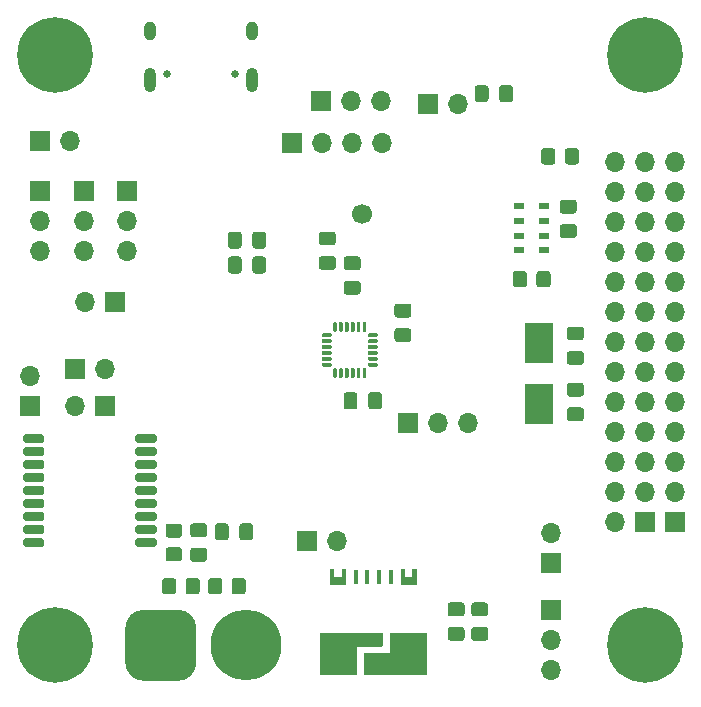
<source format=gbr>
%TF.GenerationSoftware,KiCad,Pcbnew,5.1.10*%
%TF.CreationDate,2021-06-13T21:02:57+02:00*%
%TF.ProjectId,CraftControlBoard,43726166-7443-46f6-9e74-726f6c426f61,rev?*%
%TF.SameCoordinates,Original*%
%TF.FileFunction,Soldermask,Bot*%
%TF.FilePolarity,Negative*%
%FSLAX46Y46*%
G04 Gerber Fmt 4.6, Leading zero omitted, Abs format (unit mm)*
G04 Created by KiCad (PCBNEW 5.1.10) date 2021-06-13 21:02:57*
%MOMM*%
%LPD*%
G01*
G04 APERTURE LIST*
%ADD10C,6.400000*%
%ADD11C,1.700000*%
%ADD12O,1.700000X1.700000*%
%ADD13R,1.700000X1.700000*%
%ADD14R,2.400000X3.500000*%
%ADD15R,0.950000X0.550000*%
%ADD16C,0.100000*%
%ADD17R,0.400000X1.300000*%
%ADD18O,1.000000X2.100000*%
%ADD19C,0.650000*%
%ADD20O,1.000000X1.600000*%
%ADD21C,6.000000*%
G04 APERTURE END LIST*
D10*
%TO.C,REF\u002A\u002A*%
X188000000Y-127000000D03*
%TD*%
%TO.C,REF\u002A\u002A*%
X138000000Y-127000000D03*
%TD*%
%TO.C,REF\u002A\u002A*%
X138000000Y-77000000D03*
%TD*%
%TO.C,REF\u002A\u002A*%
X188000000Y-77000000D03*
%TD*%
D11*
%TO.C,J21*%
X164000000Y-90500000D03*
%TD*%
D12*
%TO.C,J23*%
X140560000Y-97900000D03*
D13*
X143100000Y-97900000D03*
%TD*%
D12*
%TO.C,J11*%
X185420000Y-86060000D03*
X187960000Y-86060000D03*
X185420000Y-88600000D03*
X187960000Y-88600000D03*
X185420000Y-91140000D03*
X187960000Y-91140000D03*
X185420000Y-93680000D03*
X187960000Y-93680000D03*
X185420000Y-96220000D03*
X187960000Y-96220000D03*
X185420000Y-98760000D03*
X187960000Y-98760000D03*
X185420000Y-101300000D03*
X187960000Y-101300000D03*
X185420000Y-103840000D03*
X187960000Y-103840000D03*
X185420000Y-106380000D03*
X187960000Y-106380000D03*
X185420000Y-108920000D03*
X187960000Y-108920000D03*
X185420000Y-111460000D03*
X187960000Y-111460000D03*
X185420000Y-114000000D03*
X187960000Y-114000000D03*
X185420000Y-116540000D03*
D13*
X187960000Y-116540000D03*
%TD*%
D14*
%TO.C,Y1*%
X179000000Y-106600000D03*
X179000000Y-101400000D03*
%TD*%
D15*
%TO.C,U9*%
X177325000Y-93575000D03*
X177325000Y-92325000D03*
X177325000Y-91075000D03*
X177325000Y-89825000D03*
X179475000Y-92325000D03*
X179475000Y-91075000D03*
X179475000Y-89825000D03*
X179475000Y-93575000D03*
%TD*%
%TO.C,U5*%
G36*
G01*
X161675000Y-103525000D02*
X161825000Y-103525000D01*
G75*
G02*
X161900000Y-103600000I0J-75000D01*
G01*
X161900000Y-104300000D01*
G75*
G02*
X161825000Y-104375000I-75000J0D01*
G01*
X161675000Y-104375000D01*
G75*
G02*
X161600000Y-104300000I0J75000D01*
G01*
X161600000Y-103600000D01*
G75*
G02*
X161675000Y-103525000I75000J0D01*
G01*
G37*
G36*
G01*
X162175000Y-103525000D02*
X162325000Y-103525000D01*
G75*
G02*
X162400000Y-103600000I0J-75000D01*
G01*
X162400000Y-104300000D01*
G75*
G02*
X162325000Y-104375000I-75000J0D01*
G01*
X162175000Y-104375000D01*
G75*
G02*
X162100000Y-104300000I0J75000D01*
G01*
X162100000Y-103600000D01*
G75*
G02*
X162175000Y-103525000I75000J0D01*
G01*
G37*
G36*
G01*
X162675000Y-103525000D02*
X162825000Y-103525000D01*
G75*
G02*
X162900000Y-103600000I0J-75000D01*
G01*
X162900000Y-104300000D01*
G75*
G02*
X162825000Y-104375000I-75000J0D01*
G01*
X162675000Y-104375000D01*
G75*
G02*
X162600000Y-104300000I0J75000D01*
G01*
X162600000Y-103600000D01*
G75*
G02*
X162675000Y-103525000I75000J0D01*
G01*
G37*
G36*
G01*
X163175000Y-103525000D02*
X163325000Y-103525000D01*
G75*
G02*
X163400000Y-103600000I0J-75000D01*
G01*
X163400000Y-104300000D01*
G75*
G02*
X163325000Y-104375000I-75000J0D01*
G01*
X163175000Y-104375000D01*
G75*
G02*
X163100000Y-104300000I0J75000D01*
G01*
X163100000Y-103600000D01*
G75*
G02*
X163175000Y-103525000I75000J0D01*
G01*
G37*
G36*
G01*
X163675000Y-103525000D02*
X163825000Y-103525000D01*
G75*
G02*
X163900000Y-103600000I0J-75000D01*
G01*
X163900000Y-104300000D01*
G75*
G02*
X163825000Y-104375000I-75000J0D01*
G01*
X163675000Y-104375000D01*
G75*
G02*
X163600000Y-104300000I0J75000D01*
G01*
X163600000Y-103600000D01*
G75*
G02*
X163675000Y-103525000I75000J0D01*
G01*
G37*
G36*
G01*
X164175000Y-103525000D02*
X164325000Y-103525000D01*
G75*
G02*
X164400000Y-103600000I0J-75000D01*
G01*
X164400000Y-104300000D01*
G75*
G02*
X164325000Y-104375000I-75000J0D01*
G01*
X164175000Y-104375000D01*
G75*
G02*
X164100000Y-104300000I0J75000D01*
G01*
X164100000Y-103600000D01*
G75*
G02*
X164175000Y-103525000I75000J0D01*
G01*
G37*
G36*
G01*
X164525000Y-103325000D02*
X164525000Y-103175000D01*
G75*
G02*
X164600000Y-103100000I75000J0D01*
G01*
X165300000Y-103100000D01*
G75*
G02*
X165375000Y-103175000I0J-75000D01*
G01*
X165375000Y-103325000D01*
G75*
G02*
X165300000Y-103400000I-75000J0D01*
G01*
X164600000Y-103400000D01*
G75*
G02*
X164525000Y-103325000I0J75000D01*
G01*
G37*
G36*
G01*
X164525000Y-102825000D02*
X164525000Y-102675000D01*
G75*
G02*
X164600000Y-102600000I75000J0D01*
G01*
X165300000Y-102600000D01*
G75*
G02*
X165375000Y-102675000I0J-75000D01*
G01*
X165375000Y-102825000D01*
G75*
G02*
X165300000Y-102900000I-75000J0D01*
G01*
X164600000Y-102900000D01*
G75*
G02*
X164525000Y-102825000I0J75000D01*
G01*
G37*
G36*
G01*
X164525000Y-102325000D02*
X164525000Y-102175000D01*
G75*
G02*
X164600000Y-102100000I75000J0D01*
G01*
X165300000Y-102100000D01*
G75*
G02*
X165375000Y-102175000I0J-75000D01*
G01*
X165375000Y-102325000D01*
G75*
G02*
X165300000Y-102400000I-75000J0D01*
G01*
X164600000Y-102400000D01*
G75*
G02*
X164525000Y-102325000I0J75000D01*
G01*
G37*
G36*
G01*
X164525000Y-101825000D02*
X164525000Y-101675000D01*
G75*
G02*
X164600000Y-101600000I75000J0D01*
G01*
X165300000Y-101600000D01*
G75*
G02*
X165375000Y-101675000I0J-75000D01*
G01*
X165375000Y-101825000D01*
G75*
G02*
X165300000Y-101900000I-75000J0D01*
G01*
X164600000Y-101900000D01*
G75*
G02*
X164525000Y-101825000I0J75000D01*
G01*
G37*
G36*
G01*
X164525000Y-101325000D02*
X164525000Y-101175000D01*
G75*
G02*
X164600000Y-101100000I75000J0D01*
G01*
X165300000Y-101100000D01*
G75*
G02*
X165375000Y-101175000I0J-75000D01*
G01*
X165375000Y-101325000D01*
G75*
G02*
X165300000Y-101400000I-75000J0D01*
G01*
X164600000Y-101400000D01*
G75*
G02*
X164525000Y-101325000I0J75000D01*
G01*
G37*
G36*
G01*
X164525000Y-100825000D02*
X164525000Y-100675000D01*
G75*
G02*
X164600000Y-100600000I75000J0D01*
G01*
X165300000Y-100600000D01*
G75*
G02*
X165375000Y-100675000I0J-75000D01*
G01*
X165375000Y-100825000D01*
G75*
G02*
X165300000Y-100900000I-75000J0D01*
G01*
X164600000Y-100900000D01*
G75*
G02*
X164525000Y-100825000I0J75000D01*
G01*
G37*
G36*
G01*
X164175000Y-99625000D02*
X164325000Y-99625000D01*
G75*
G02*
X164400000Y-99700000I0J-75000D01*
G01*
X164400000Y-100400000D01*
G75*
G02*
X164325000Y-100475000I-75000J0D01*
G01*
X164175000Y-100475000D01*
G75*
G02*
X164100000Y-100400000I0J75000D01*
G01*
X164100000Y-99700000D01*
G75*
G02*
X164175000Y-99625000I75000J0D01*
G01*
G37*
G36*
G01*
X163675000Y-99625000D02*
X163825000Y-99625000D01*
G75*
G02*
X163900000Y-99700000I0J-75000D01*
G01*
X163900000Y-100400000D01*
G75*
G02*
X163825000Y-100475000I-75000J0D01*
G01*
X163675000Y-100475000D01*
G75*
G02*
X163600000Y-100400000I0J75000D01*
G01*
X163600000Y-99700000D01*
G75*
G02*
X163675000Y-99625000I75000J0D01*
G01*
G37*
G36*
G01*
X163175000Y-99625000D02*
X163325000Y-99625000D01*
G75*
G02*
X163400000Y-99700000I0J-75000D01*
G01*
X163400000Y-100400000D01*
G75*
G02*
X163325000Y-100475000I-75000J0D01*
G01*
X163175000Y-100475000D01*
G75*
G02*
X163100000Y-100400000I0J75000D01*
G01*
X163100000Y-99700000D01*
G75*
G02*
X163175000Y-99625000I75000J0D01*
G01*
G37*
G36*
G01*
X162675000Y-99625000D02*
X162825000Y-99625000D01*
G75*
G02*
X162900000Y-99700000I0J-75000D01*
G01*
X162900000Y-100400000D01*
G75*
G02*
X162825000Y-100475000I-75000J0D01*
G01*
X162675000Y-100475000D01*
G75*
G02*
X162600000Y-100400000I0J75000D01*
G01*
X162600000Y-99700000D01*
G75*
G02*
X162675000Y-99625000I75000J0D01*
G01*
G37*
G36*
G01*
X162175000Y-99625000D02*
X162325000Y-99625000D01*
G75*
G02*
X162400000Y-99700000I0J-75000D01*
G01*
X162400000Y-100400000D01*
G75*
G02*
X162325000Y-100475000I-75000J0D01*
G01*
X162175000Y-100475000D01*
G75*
G02*
X162100000Y-100400000I0J75000D01*
G01*
X162100000Y-99700000D01*
G75*
G02*
X162175000Y-99625000I75000J0D01*
G01*
G37*
G36*
G01*
X161675000Y-99625000D02*
X161825000Y-99625000D01*
G75*
G02*
X161900000Y-99700000I0J-75000D01*
G01*
X161900000Y-100400000D01*
G75*
G02*
X161825000Y-100475000I-75000J0D01*
G01*
X161675000Y-100475000D01*
G75*
G02*
X161600000Y-100400000I0J75000D01*
G01*
X161600000Y-99700000D01*
G75*
G02*
X161675000Y-99625000I75000J0D01*
G01*
G37*
G36*
G01*
X160625000Y-100825000D02*
X160625000Y-100675000D01*
G75*
G02*
X160700000Y-100600000I75000J0D01*
G01*
X161400000Y-100600000D01*
G75*
G02*
X161475000Y-100675000I0J-75000D01*
G01*
X161475000Y-100825000D01*
G75*
G02*
X161400000Y-100900000I-75000J0D01*
G01*
X160700000Y-100900000D01*
G75*
G02*
X160625000Y-100825000I0J75000D01*
G01*
G37*
G36*
G01*
X160625000Y-101325000D02*
X160625000Y-101175000D01*
G75*
G02*
X160700000Y-101100000I75000J0D01*
G01*
X161400000Y-101100000D01*
G75*
G02*
X161475000Y-101175000I0J-75000D01*
G01*
X161475000Y-101325000D01*
G75*
G02*
X161400000Y-101400000I-75000J0D01*
G01*
X160700000Y-101400000D01*
G75*
G02*
X160625000Y-101325000I0J75000D01*
G01*
G37*
G36*
G01*
X160625000Y-101825000D02*
X160625000Y-101675000D01*
G75*
G02*
X160700000Y-101600000I75000J0D01*
G01*
X161400000Y-101600000D01*
G75*
G02*
X161475000Y-101675000I0J-75000D01*
G01*
X161475000Y-101825000D01*
G75*
G02*
X161400000Y-101900000I-75000J0D01*
G01*
X160700000Y-101900000D01*
G75*
G02*
X160625000Y-101825000I0J75000D01*
G01*
G37*
G36*
G01*
X160625000Y-102325000D02*
X160625000Y-102175000D01*
G75*
G02*
X160700000Y-102100000I75000J0D01*
G01*
X161400000Y-102100000D01*
G75*
G02*
X161475000Y-102175000I0J-75000D01*
G01*
X161475000Y-102325000D01*
G75*
G02*
X161400000Y-102400000I-75000J0D01*
G01*
X160700000Y-102400000D01*
G75*
G02*
X160625000Y-102325000I0J75000D01*
G01*
G37*
G36*
G01*
X160625000Y-102825000D02*
X160625000Y-102675000D01*
G75*
G02*
X160700000Y-102600000I75000J0D01*
G01*
X161400000Y-102600000D01*
G75*
G02*
X161475000Y-102675000I0J-75000D01*
G01*
X161475000Y-102825000D01*
G75*
G02*
X161400000Y-102900000I-75000J0D01*
G01*
X160700000Y-102900000D01*
G75*
G02*
X160625000Y-102825000I0J75000D01*
G01*
G37*
G36*
G01*
X160625000Y-103325000D02*
X160625000Y-103175000D01*
G75*
G02*
X160700000Y-103100000I75000J0D01*
G01*
X161400000Y-103100000D01*
G75*
G02*
X161475000Y-103175000I0J-75000D01*
G01*
X161475000Y-103325000D01*
G75*
G02*
X161400000Y-103400000I-75000J0D01*
G01*
X160700000Y-103400000D01*
G75*
G02*
X160625000Y-103325000I0J75000D01*
G01*
G37*
%TD*%
%TO.C,U4*%
G36*
G01*
X137150000Y-109325000D02*
X137150000Y-109675000D01*
G75*
G02*
X136975000Y-109850000I-175000J0D01*
G01*
X135525000Y-109850000D01*
G75*
G02*
X135350000Y-109675000I0J175000D01*
G01*
X135350000Y-109325000D01*
G75*
G02*
X135525000Y-109150000I175000J0D01*
G01*
X136975000Y-109150000D01*
G75*
G02*
X137150000Y-109325000I0J-175000D01*
G01*
G37*
G36*
G01*
X137150000Y-110400000D02*
X137150000Y-110800000D01*
G75*
G02*
X136950000Y-111000000I-200000J0D01*
G01*
X135550000Y-111000000D01*
G75*
G02*
X135350000Y-110800000I0J200000D01*
G01*
X135350000Y-110400000D01*
G75*
G02*
X135550000Y-110200000I200000J0D01*
G01*
X136950000Y-110200000D01*
G75*
G02*
X137150000Y-110400000I0J-200000D01*
G01*
G37*
G36*
G01*
X137150000Y-111500000D02*
X137150000Y-111900000D01*
G75*
G02*
X136950000Y-112100000I-200000J0D01*
G01*
X135550000Y-112100000D01*
G75*
G02*
X135350000Y-111900000I0J200000D01*
G01*
X135350000Y-111500000D01*
G75*
G02*
X135550000Y-111300000I200000J0D01*
G01*
X136950000Y-111300000D01*
G75*
G02*
X137150000Y-111500000I0J-200000D01*
G01*
G37*
G36*
G01*
X137150000Y-112600000D02*
X137150000Y-113000000D01*
G75*
G02*
X136950000Y-113200000I-200000J0D01*
G01*
X135550000Y-113200000D01*
G75*
G02*
X135350000Y-113000000I0J200000D01*
G01*
X135350000Y-112600000D01*
G75*
G02*
X135550000Y-112400000I200000J0D01*
G01*
X136950000Y-112400000D01*
G75*
G02*
X137150000Y-112600000I0J-200000D01*
G01*
G37*
G36*
G01*
X137150000Y-113700000D02*
X137150000Y-114100000D01*
G75*
G02*
X136950000Y-114300000I-200000J0D01*
G01*
X135550000Y-114300000D01*
G75*
G02*
X135350000Y-114100000I0J200000D01*
G01*
X135350000Y-113700000D01*
G75*
G02*
X135550000Y-113500000I200000J0D01*
G01*
X136950000Y-113500000D01*
G75*
G02*
X137150000Y-113700000I0J-200000D01*
G01*
G37*
G36*
G01*
X137150000Y-114800000D02*
X137150000Y-115200000D01*
G75*
G02*
X136950000Y-115400000I-200000J0D01*
G01*
X135550000Y-115400000D01*
G75*
G02*
X135350000Y-115200000I0J200000D01*
G01*
X135350000Y-114800000D01*
G75*
G02*
X135550000Y-114600000I200000J0D01*
G01*
X136950000Y-114600000D01*
G75*
G02*
X137150000Y-114800000I0J-200000D01*
G01*
G37*
G36*
G01*
X137150000Y-115900000D02*
X137150000Y-116300000D01*
G75*
G02*
X136950000Y-116500000I-200000J0D01*
G01*
X135550000Y-116500000D01*
G75*
G02*
X135350000Y-116300000I0J200000D01*
G01*
X135350000Y-115900000D01*
G75*
G02*
X135550000Y-115700000I200000J0D01*
G01*
X136950000Y-115700000D01*
G75*
G02*
X137150000Y-115900000I0J-200000D01*
G01*
G37*
G36*
G01*
X137150000Y-117000000D02*
X137150000Y-117400000D01*
G75*
G02*
X136950000Y-117600000I-200000J0D01*
G01*
X135550000Y-117600000D01*
G75*
G02*
X135350000Y-117400000I0J200000D01*
G01*
X135350000Y-117000000D01*
G75*
G02*
X135550000Y-116800000I200000J0D01*
G01*
X136950000Y-116800000D01*
G75*
G02*
X137150000Y-117000000I0J-200000D01*
G01*
G37*
G36*
G01*
X137150000Y-118125000D02*
X137150000Y-118475000D01*
G75*
G02*
X136975000Y-118650000I-175000J0D01*
G01*
X135525000Y-118650000D01*
G75*
G02*
X135350000Y-118475000I0J175000D01*
G01*
X135350000Y-118125000D01*
G75*
G02*
X135525000Y-117950000I175000J0D01*
G01*
X136975000Y-117950000D01*
G75*
G02*
X137150000Y-118125000I0J-175000D01*
G01*
G37*
G36*
G01*
X146650000Y-118125000D02*
X146650000Y-118475000D01*
G75*
G02*
X146475000Y-118650000I-175000J0D01*
G01*
X145025000Y-118650000D01*
G75*
G02*
X144850000Y-118475000I0J175000D01*
G01*
X144850000Y-118125000D01*
G75*
G02*
X145025000Y-117950000I175000J0D01*
G01*
X146475000Y-117950000D01*
G75*
G02*
X146650000Y-118125000I0J-175000D01*
G01*
G37*
G36*
G01*
X146650000Y-117000000D02*
X146650000Y-117400000D01*
G75*
G02*
X146450000Y-117600000I-200000J0D01*
G01*
X145050000Y-117600000D01*
G75*
G02*
X144850000Y-117400000I0J200000D01*
G01*
X144850000Y-117000000D01*
G75*
G02*
X145050000Y-116800000I200000J0D01*
G01*
X146450000Y-116800000D01*
G75*
G02*
X146650000Y-117000000I0J-200000D01*
G01*
G37*
G36*
G01*
X146650000Y-115900000D02*
X146650000Y-116300000D01*
G75*
G02*
X146450000Y-116500000I-200000J0D01*
G01*
X145050000Y-116500000D01*
G75*
G02*
X144850000Y-116300000I0J200000D01*
G01*
X144850000Y-115900000D01*
G75*
G02*
X145050000Y-115700000I200000J0D01*
G01*
X146450000Y-115700000D01*
G75*
G02*
X146650000Y-115900000I0J-200000D01*
G01*
G37*
G36*
G01*
X146650000Y-114800000D02*
X146650000Y-115200000D01*
G75*
G02*
X146450000Y-115400000I-200000J0D01*
G01*
X145050000Y-115400000D01*
G75*
G02*
X144850000Y-115200000I0J200000D01*
G01*
X144850000Y-114800000D01*
G75*
G02*
X145050000Y-114600000I200000J0D01*
G01*
X146450000Y-114600000D01*
G75*
G02*
X146650000Y-114800000I0J-200000D01*
G01*
G37*
G36*
G01*
X146650000Y-113700000D02*
X146650000Y-114100000D01*
G75*
G02*
X146450000Y-114300000I-200000J0D01*
G01*
X145050000Y-114300000D01*
G75*
G02*
X144850000Y-114100000I0J200000D01*
G01*
X144850000Y-113700000D01*
G75*
G02*
X145050000Y-113500000I200000J0D01*
G01*
X146450000Y-113500000D01*
G75*
G02*
X146650000Y-113700000I0J-200000D01*
G01*
G37*
G36*
G01*
X146650000Y-112600000D02*
X146650000Y-113000000D01*
G75*
G02*
X146450000Y-113200000I-200000J0D01*
G01*
X145050000Y-113200000D01*
G75*
G02*
X144850000Y-113000000I0J200000D01*
G01*
X144850000Y-112600000D01*
G75*
G02*
X145050000Y-112400000I200000J0D01*
G01*
X146450000Y-112400000D01*
G75*
G02*
X146650000Y-112600000I0J-200000D01*
G01*
G37*
G36*
G01*
X146650000Y-111500000D02*
X146650000Y-111900000D01*
G75*
G02*
X146450000Y-112100000I-200000J0D01*
G01*
X145050000Y-112100000D01*
G75*
G02*
X144850000Y-111900000I0J200000D01*
G01*
X144850000Y-111500000D01*
G75*
G02*
X145050000Y-111300000I200000J0D01*
G01*
X146450000Y-111300000D01*
G75*
G02*
X146650000Y-111500000I0J-200000D01*
G01*
G37*
G36*
G01*
X146650000Y-110400000D02*
X146650000Y-110800000D01*
G75*
G02*
X146450000Y-111000000I-200000J0D01*
G01*
X145050000Y-111000000D01*
G75*
G02*
X144850000Y-110800000I0J200000D01*
G01*
X144850000Y-110400000D01*
G75*
G02*
X145050000Y-110200000I200000J0D01*
G01*
X146450000Y-110200000D01*
G75*
G02*
X146650000Y-110400000I0J-200000D01*
G01*
G37*
G36*
G01*
X146650000Y-109325000D02*
X146650000Y-109675000D01*
G75*
G02*
X146475000Y-109850000I-175000J0D01*
G01*
X145025000Y-109850000D01*
G75*
G02*
X144850000Y-109675000I0J175000D01*
G01*
X144850000Y-109325000D01*
G75*
G02*
X145025000Y-109150000I175000J0D01*
G01*
X146475000Y-109150000D01*
G75*
G02*
X146650000Y-109325000I0J-175000D01*
G01*
G37*
%TD*%
D16*
%TO.C,U3*%
G36*
X167300000Y-121860000D02*
G01*
X167300000Y-120550000D01*
X167700000Y-120550000D01*
X167700000Y-121200000D01*
X168300000Y-121200000D01*
X168300000Y-120550000D01*
X168700000Y-120550000D01*
X168700000Y-121860000D01*
X167300000Y-121860000D01*
G37*
D17*
X166500000Y-121200000D03*
X165500000Y-121200000D03*
X164500000Y-121200000D03*
X163500000Y-121200000D03*
D16*
G36*
X164170000Y-129500000D02*
G01*
X164170000Y-127825000D01*
X164170241Y-127824759D01*
X164170241Y-127815186D01*
X164172165Y-127795654D01*
X164175994Y-127776404D01*
X164181691Y-127757622D01*
X164189202Y-127739489D01*
X164198454Y-127722179D01*
X164209358Y-127705860D01*
X164221810Y-127690688D01*
X164235688Y-127676810D01*
X164250860Y-127664358D01*
X164267179Y-127653454D01*
X164284489Y-127644202D01*
X164302622Y-127636691D01*
X164321404Y-127630994D01*
X164340654Y-127627165D01*
X164360186Y-127625241D01*
X164369759Y-127625241D01*
X164370000Y-127625000D01*
X166430000Y-127625000D01*
X166430000Y-126000000D01*
X169500000Y-126000000D01*
X169500000Y-129500000D01*
X164170000Y-129500000D01*
G37*
G36*
X161300000Y-121860000D02*
G01*
X161300000Y-120550000D01*
X161700000Y-120550000D01*
X161700000Y-121200000D01*
X162300000Y-121200000D01*
X162300000Y-120550000D01*
X162700000Y-120550000D01*
X162700000Y-121860000D01*
X161300000Y-121860000D01*
G37*
G36*
X165829759Y-126925241D02*
G01*
X165829759Y-126934814D01*
X165827835Y-126954346D01*
X165824006Y-126973596D01*
X165818309Y-126992378D01*
X165810798Y-127010511D01*
X165801546Y-127027821D01*
X165790642Y-127044140D01*
X165778190Y-127059312D01*
X165764312Y-127073190D01*
X165749140Y-127085642D01*
X165732821Y-127096546D01*
X165715511Y-127105798D01*
X165697378Y-127113309D01*
X165678596Y-127119006D01*
X165659346Y-127122835D01*
X165639814Y-127124759D01*
X165630241Y-127124759D01*
X165630000Y-127125000D01*
X163570000Y-127125000D01*
X163570000Y-129500000D01*
X160500000Y-129500000D01*
X160500000Y-126000000D01*
X165830000Y-126000000D01*
X165830000Y-126925000D01*
X165829759Y-126925241D01*
G37*
%TD*%
%TO.C,R17*%
G36*
G01*
X178800000Y-96450001D02*
X178800000Y-95549999D01*
G75*
G02*
X179049999Y-95300000I249999J0D01*
G01*
X179750001Y-95300000D01*
G75*
G02*
X180000000Y-95549999I0J-249999D01*
G01*
X180000000Y-96450001D01*
G75*
G02*
X179750001Y-96700000I-249999J0D01*
G01*
X179049999Y-96700000D01*
G75*
G02*
X178800000Y-96450001I0J249999D01*
G01*
G37*
G36*
G01*
X176800000Y-96450001D02*
X176800000Y-95549999D01*
G75*
G02*
X177049999Y-95300000I249999J0D01*
G01*
X177750001Y-95300000D01*
G75*
G02*
X178000000Y-95549999I0J-249999D01*
G01*
X178000000Y-96450001D01*
G75*
G02*
X177750001Y-96700000I-249999J0D01*
G01*
X177049999Y-96700000D01*
G75*
G02*
X176800000Y-96450001I0J249999D01*
G01*
G37*
%TD*%
%TO.C,R15*%
G36*
G01*
X148300000Y-121549999D02*
X148300000Y-122450001D01*
G75*
G02*
X148050001Y-122700000I-249999J0D01*
G01*
X147349999Y-122700000D01*
G75*
G02*
X147100000Y-122450001I0J249999D01*
G01*
X147100000Y-121549999D01*
G75*
G02*
X147349999Y-121300000I249999J0D01*
G01*
X148050001Y-121300000D01*
G75*
G02*
X148300000Y-121549999I0J-249999D01*
G01*
G37*
G36*
G01*
X150300000Y-121549999D02*
X150300000Y-122450001D01*
G75*
G02*
X150050001Y-122700000I-249999J0D01*
G01*
X149349999Y-122700000D01*
G75*
G02*
X149100000Y-122450001I0J249999D01*
G01*
X149100000Y-121549999D01*
G75*
G02*
X149349999Y-121300000I249999J0D01*
G01*
X150050001Y-121300000D01*
G75*
G02*
X150300000Y-121549999I0J-249999D01*
G01*
G37*
%TD*%
%TO.C,R14*%
G36*
G01*
X152200000Y-121549999D02*
X152200000Y-122450001D01*
G75*
G02*
X151950001Y-122700000I-249999J0D01*
G01*
X151249999Y-122700000D01*
G75*
G02*
X151000000Y-122450001I0J249999D01*
G01*
X151000000Y-121549999D01*
G75*
G02*
X151249999Y-121300000I249999J0D01*
G01*
X151950001Y-121300000D01*
G75*
G02*
X152200000Y-121549999I0J-249999D01*
G01*
G37*
G36*
G01*
X154200000Y-121549999D02*
X154200000Y-122450001D01*
G75*
G02*
X153950001Y-122700000I-249999J0D01*
G01*
X153249999Y-122700000D01*
G75*
G02*
X153000000Y-122450001I0J249999D01*
G01*
X153000000Y-121549999D01*
G75*
G02*
X153249999Y-121300000I249999J0D01*
G01*
X153950001Y-121300000D01*
G75*
G02*
X154200000Y-121549999I0J-249999D01*
G01*
G37*
%TD*%
%TO.C,R3*%
G36*
G01*
X181200000Y-86050001D02*
X181200000Y-85149999D01*
G75*
G02*
X181449999Y-84900000I249999J0D01*
G01*
X182150001Y-84900000D01*
G75*
G02*
X182400000Y-85149999I0J-249999D01*
G01*
X182400000Y-86050001D01*
G75*
G02*
X182150001Y-86300000I-249999J0D01*
G01*
X181449999Y-86300000D01*
G75*
G02*
X181200000Y-86050001I0J249999D01*
G01*
G37*
G36*
G01*
X179200000Y-86050001D02*
X179200000Y-85149999D01*
G75*
G02*
X179449999Y-84900000I249999J0D01*
G01*
X180150001Y-84900000D01*
G75*
G02*
X180400000Y-85149999I0J-249999D01*
G01*
X180400000Y-86050001D01*
G75*
G02*
X180150001Y-86300000I-249999J0D01*
G01*
X179449999Y-86300000D01*
G75*
G02*
X179200000Y-86050001I0J249999D01*
G01*
G37*
%TD*%
%TO.C,R1*%
G36*
G01*
X147649999Y-118700000D02*
X148550001Y-118700000D01*
G75*
G02*
X148800000Y-118949999I0J-249999D01*
G01*
X148800000Y-119650001D01*
G75*
G02*
X148550001Y-119900000I-249999J0D01*
G01*
X147649999Y-119900000D01*
G75*
G02*
X147400000Y-119650001I0J249999D01*
G01*
X147400000Y-118949999D01*
G75*
G02*
X147649999Y-118700000I249999J0D01*
G01*
G37*
G36*
G01*
X147649999Y-116700000D02*
X148550001Y-116700000D01*
G75*
G02*
X148800000Y-116949999I0J-249999D01*
G01*
X148800000Y-117650001D01*
G75*
G02*
X148550001Y-117900000I-249999J0D01*
G01*
X147649999Y-117900000D01*
G75*
G02*
X147400000Y-117650001I0J249999D01*
G01*
X147400000Y-116949999D01*
G75*
G02*
X147649999Y-116700000I249999J0D01*
G01*
G37*
%TD*%
D12*
%TO.C,J22*%
X139340000Y-84300000D03*
D13*
X136800000Y-84300000D03*
%TD*%
D12*
%TO.C,J20*%
X172140000Y-81200000D03*
D13*
X169600000Y-81200000D03*
%TD*%
D12*
%TO.C,J19*%
X139760000Y-106700000D03*
D13*
X142300000Y-106700000D03*
%TD*%
D12*
%TO.C,J18*%
X135900000Y-104200000D03*
D13*
X135900000Y-106740000D03*
%TD*%
D12*
%TO.C,J17*%
X142240000Y-103600000D03*
D13*
X139700000Y-103600000D03*
%TD*%
D12*
%TO.C,J16*%
X161940000Y-118200000D03*
D13*
X159400000Y-118200000D03*
%TD*%
D12*
%TO.C,J15*%
X180000000Y-117460000D03*
D13*
X180000000Y-120000000D03*
%TD*%
D12*
%TO.C,J14*%
X180000000Y-129080000D03*
X180000000Y-126540000D03*
D13*
X180000000Y-124000000D03*
%TD*%
%TO.C,J13*%
X158100000Y-84500000D03*
D12*
X160640000Y-84500000D03*
X163180000Y-84500000D03*
X165720000Y-84500000D03*
%TD*%
%TO.C,J12*%
X165680000Y-80900000D03*
X163140000Y-80900000D03*
D13*
X160600000Y-80900000D03*
%TD*%
D12*
%TO.C,J10*%
X140500000Y-93580000D03*
X140500000Y-91040000D03*
D13*
X140500000Y-88500000D03*
%TD*%
D12*
%TO.C,J9*%
X172980000Y-108200000D03*
X170440000Y-108200000D03*
D13*
X167900000Y-108200000D03*
%TD*%
D12*
%TO.C,J7*%
X136800000Y-93580000D03*
X136800000Y-91040000D03*
D13*
X136800000Y-88500000D03*
%TD*%
D12*
%TO.C,J6*%
X190500000Y-86060000D03*
X190500000Y-88600000D03*
X190500000Y-91140000D03*
X190500000Y-93680000D03*
X190500000Y-96220000D03*
X190500000Y-98760000D03*
X190500000Y-101300000D03*
X190500000Y-103840000D03*
X190500000Y-106380000D03*
X190500000Y-108920000D03*
X190500000Y-111460000D03*
X190500000Y-114000000D03*
D13*
X190500000Y-116540000D03*
%TD*%
D18*
%TO.C,J5*%
X146080000Y-79130000D03*
X154720000Y-79130000D03*
D19*
X153290000Y-78600000D03*
D20*
X154720000Y-74950000D03*
D19*
X147510000Y-78600000D03*
D20*
X146080000Y-74950000D03*
%TD*%
%TO.C,J2*%
G36*
G01*
X144000000Y-128500000D02*
X144000000Y-125500000D01*
G75*
G02*
X145500000Y-124000000I1500000J0D01*
G01*
X148500000Y-124000000D01*
G75*
G02*
X150000000Y-125500000I0J-1500000D01*
G01*
X150000000Y-128500000D01*
G75*
G02*
X148500000Y-130000000I-1500000J0D01*
G01*
X145500000Y-130000000D01*
G75*
G02*
X144000000Y-128500000I0J1500000D01*
G01*
G37*
D21*
X154200000Y-127000000D03*
%TD*%
D12*
%TO.C,J1*%
X144100000Y-93580000D03*
X144100000Y-91040000D03*
D13*
X144100000Y-88500000D03*
%TD*%
%TO.C,C23*%
G36*
G01*
X164550000Y-106775000D02*
X164550000Y-105825000D01*
G75*
G02*
X164800000Y-105575000I250000J0D01*
G01*
X165475000Y-105575000D01*
G75*
G02*
X165725000Y-105825000I0J-250000D01*
G01*
X165725000Y-106775000D01*
G75*
G02*
X165475000Y-107025000I-250000J0D01*
G01*
X164800000Y-107025000D01*
G75*
G02*
X164550000Y-106775000I0J250000D01*
G01*
G37*
G36*
G01*
X162475000Y-106775000D02*
X162475000Y-105825000D01*
G75*
G02*
X162725000Y-105575000I250000J0D01*
G01*
X163400000Y-105575000D01*
G75*
G02*
X163650000Y-105825000I0J-250000D01*
G01*
X163650000Y-106775000D01*
G75*
G02*
X163400000Y-107025000I-250000J0D01*
G01*
X162725000Y-107025000D01*
G75*
G02*
X162475000Y-106775000I0J250000D01*
G01*
G37*
%TD*%
%TO.C,C22*%
G36*
G01*
X163675000Y-95250000D02*
X162725000Y-95250000D01*
G75*
G02*
X162475000Y-95000000I0J250000D01*
G01*
X162475000Y-94325000D01*
G75*
G02*
X162725000Y-94075000I250000J0D01*
G01*
X163675000Y-94075000D01*
G75*
G02*
X163925000Y-94325000I0J-250000D01*
G01*
X163925000Y-95000000D01*
G75*
G02*
X163675000Y-95250000I-250000J0D01*
G01*
G37*
G36*
G01*
X163675000Y-97325000D02*
X162725000Y-97325000D01*
G75*
G02*
X162475000Y-97075000I0J250000D01*
G01*
X162475000Y-96400000D01*
G75*
G02*
X162725000Y-96150000I250000J0D01*
G01*
X163675000Y-96150000D01*
G75*
G02*
X163925000Y-96400000I0J-250000D01*
G01*
X163925000Y-97075000D01*
G75*
G02*
X163675000Y-97325000I-250000J0D01*
G01*
G37*
%TD*%
%TO.C,C20*%
G36*
G01*
X182575000Y-105950000D02*
X181625000Y-105950000D01*
G75*
G02*
X181375000Y-105700000I0J250000D01*
G01*
X181375000Y-105025000D01*
G75*
G02*
X181625000Y-104775000I250000J0D01*
G01*
X182575000Y-104775000D01*
G75*
G02*
X182825000Y-105025000I0J-250000D01*
G01*
X182825000Y-105700000D01*
G75*
G02*
X182575000Y-105950000I-250000J0D01*
G01*
G37*
G36*
G01*
X182575000Y-108025000D02*
X181625000Y-108025000D01*
G75*
G02*
X181375000Y-107775000I0J250000D01*
G01*
X181375000Y-107100000D01*
G75*
G02*
X181625000Y-106850000I250000J0D01*
G01*
X182575000Y-106850000D01*
G75*
G02*
X182825000Y-107100000I0J-250000D01*
G01*
X182825000Y-107775000D01*
G75*
G02*
X182575000Y-108025000I-250000J0D01*
G01*
G37*
%TD*%
%TO.C,C19*%
G36*
G01*
X181625000Y-102087500D02*
X182575000Y-102087500D01*
G75*
G02*
X182825000Y-102337500I0J-250000D01*
G01*
X182825000Y-103012500D01*
G75*
G02*
X182575000Y-103262500I-250000J0D01*
G01*
X181625000Y-103262500D01*
G75*
G02*
X181375000Y-103012500I0J250000D01*
G01*
X181375000Y-102337500D01*
G75*
G02*
X181625000Y-102087500I250000J0D01*
G01*
G37*
G36*
G01*
X181625000Y-100012500D02*
X182575000Y-100012500D01*
G75*
G02*
X182825000Y-100262500I0J-250000D01*
G01*
X182825000Y-100937500D01*
G75*
G02*
X182575000Y-101187500I-250000J0D01*
G01*
X181625000Y-101187500D01*
G75*
G02*
X181375000Y-100937500I0J250000D01*
G01*
X181375000Y-100262500D01*
G75*
G02*
X181625000Y-100012500I250000J0D01*
G01*
G37*
%TD*%
%TO.C,C18*%
G36*
G01*
X167975000Y-99250000D02*
X167025000Y-99250000D01*
G75*
G02*
X166775000Y-99000000I0J250000D01*
G01*
X166775000Y-98325000D01*
G75*
G02*
X167025000Y-98075000I250000J0D01*
G01*
X167975000Y-98075000D01*
G75*
G02*
X168225000Y-98325000I0J-250000D01*
G01*
X168225000Y-99000000D01*
G75*
G02*
X167975000Y-99250000I-250000J0D01*
G01*
G37*
G36*
G01*
X167975000Y-101325000D02*
X167025000Y-101325000D01*
G75*
G02*
X166775000Y-101075000I0J250000D01*
G01*
X166775000Y-100400000D01*
G75*
G02*
X167025000Y-100150000I250000J0D01*
G01*
X167975000Y-100150000D01*
G75*
G02*
X168225000Y-100400000I0J-250000D01*
G01*
X168225000Y-101075000D01*
G75*
G02*
X167975000Y-101325000I-250000J0D01*
G01*
G37*
%TD*%
%TO.C,C14*%
G36*
G01*
X160625000Y-94050000D02*
X161575000Y-94050000D01*
G75*
G02*
X161825000Y-94300000I0J-250000D01*
G01*
X161825000Y-94975000D01*
G75*
G02*
X161575000Y-95225000I-250000J0D01*
G01*
X160625000Y-95225000D01*
G75*
G02*
X160375000Y-94975000I0J250000D01*
G01*
X160375000Y-94300000D01*
G75*
G02*
X160625000Y-94050000I250000J0D01*
G01*
G37*
G36*
G01*
X160625000Y-91975000D02*
X161575000Y-91975000D01*
G75*
G02*
X161825000Y-92225000I0J-250000D01*
G01*
X161825000Y-92900000D01*
G75*
G02*
X161575000Y-93150000I-250000J0D01*
G01*
X160625000Y-93150000D01*
G75*
G02*
X160375000Y-92900000I0J250000D01*
G01*
X160375000Y-92225000D01*
G75*
G02*
X160625000Y-91975000I250000J0D01*
G01*
G37*
%TD*%
%TO.C,C13*%
G36*
G01*
X174750000Y-79825000D02*
X174750000Y-80775000D01*
G75*
G02*
X174500000Y-81025000I-250000J0D01*
G01*
X173825000Y-81025000D01*
G75*
G02*
X173575000Y-80775000I0J250000D01*
G01*
X173575000Y-79825000D01*
G75*
G02*
X173825000Y-79575000I250000J0D01*
G01*
X174500000Y-79575000D01*
G75*
G02*
X174750000Y-79825000I0J-250000D01*
G01*
G37*
G36*
G01*
X176825000Y-79825000D02*
X176825000Y-80775000D01*
G75*
G02*
X176575000Y-81025000I-250000J0D01*
G01*
X175900000Y-81025000D01*
G75*
G02*
X175650000Y-80775000I0J250000D01*
G01*
X175650000Y-79825000D01*
G75*
G02*
X175900000Y-79575000I250000J0D01*
G01*
X176575000Y-79575000D01*
G75*
G02*
X176825000Y-79825000I0J-250000D01*
G01*
G37*
%TD*%
%TO.C,C11*%
G36*
G01*
X153650000Y-117875000D02*
X153650000Y-116925000D01*
G75*
G02*
X153900000Y-116675000I250000J0D01*
G01*
X154575000Y-116675000D01*
G75*
G02*
X154825000Y-116925000I0J-250000D01*
G01*
X154825000Y-117875000D01*
G75*
G02*
X154575000Y-118125000I-250000J0D01*
G01*
X153900000Y-118125000D01*
G75*
G02*
X153650000Y-117875000I0J250000D01*
G01*
G37*
G36*
G01*
X151575000Y-117875000D02*
X151575000Y-116925000D01*
G75*
G02*
X151825000Y-116675000I250000J0D01*
G01*
X152500000Y-116675000D01*
G75*
G02*
X152750000Y-116925000I0J-250000D01*
G01*
X152750000Y-117875000D01*
G75*
G02*
X152500000Y-118125000I-250000J0D01*
G01*
X151825000Y-118125000D01*
G75*
G02*
X151575000Y-117875000I0J250000D01*
G01*
G37*
%TD*%
%TO.C,C10*%
G36*
G01*
X173525000Y-125450000D02*
X174475000Y-125450000D01*
G75*
G02*
X174725000Y-125700000I0J-250000D01*
G01*
X174725000Y-126375000D01*
G75*
G02*
X174475000Y-126625000I-250000J0D01*
G01*
X173525000Y-126625000D01*
G75*
G02*
X173275000Y-126375000I0J250000D01*
G01*
X173275000Y-125700000D01*
G75*
G02*
X173525000Y-125450000I250000J0D01*
G01*
G37*
G36*
G01*
X173525000Y-123375000D02*
X174475000Y-123375000D01*
G75*
G02*
X174725000Y-123625000I0J-250000D01*
G01*
X174725000Y-124300000D01*
G75*
G02*
X174475000Y-124550000I-250000J0D01*
G01*
X173525000Y-124550000D01*
G75*
G02*
X173275000Y-124300000I0J250000D01*
G01*
X173275000Y-123625000D01*
G75*
G02*
X173525000Y-123375000I250000J0D01*
G01*
G37*
%TD*%
%TO.C,C9*%
G36*
G01*
X153850000Y-92225000D02*
X153850000Y-93175000D01*
G75*
G02*
X153600000Y-93425000I-250000J0D01*
G01*
X152925000Y-93425000D01*
G75*
G02*
X152675000Y-93175000I0J250000D01*
G01*
X152675000Y-92225000D01*
G75*
G02*
X152925000Y-91975000I250000J0D01*
G01*
X153600000Y-91975000D01*
G75*
G02*
X153850000Y-92225000I0J-250000D01*
G01*
G37*
G36*
G01*
X155925000Y-92225000D02*
X155925000Y-93175000D01*
G75*
G02*
X155675000Y-93425000I-250000J0D01*
G01*
X155000000Y-93425000D01*
G75*
G02*
X154750000Y-93175000I0J250000D01*
G01*
X154750000Y-92225000D01*
G75*
G02*
X155000000Y-91975000I250000J0D01*
G01*
X155675000Y-91975000D01*
G75*
G02*
X155925000Y-92225000I0J-250000D01*
G01*
G37*
%TD*%
%TO.C,C8*%
G36*
G01*
X181025000Y-91350000D02*
X181975000Y-91350000D01*
G75*
G02*
X182225000Y-91600000I0J-250000D01*
G01*
X182225000Y-92275000D01*
G75*
G02*
X181975000Y-92525000I-250000J0D01*
G01*
X181025000Y-92525000D01*
G75*
G02*
X180775000Y-92275000I0J250000D01*
G01*
X180775000Y-91600000D01*
G75*
G02*
X181025000Y-91350000I250000J0D01*
G01*
G37*
G36*
G01*
X181025000Y-89275000D02*
X181975000Y-89275000D01*
G75*
G02*
X182225000Y-89525000I0J-250000D01*
G01*
X182225000Y-90200000D01*
G75*
G02*
X181975000Y-90450000I-250000J0D01*
G01*
X181025000Y-90450000D01*
G75*
G02*
X180775000Y-90200000I0J250000D01*
G01*
X180775000Y-89525000D01*
G75*
G02*
X181025000Y-89275000I250000J0D01*
G01*
G37*
%TD*%
%TO.C,C4*%
G36*
G01*
X171525000Y-125450000D02*
X172475000Y-125450000D01*
G75*
G02*
X172725000Y-125700000I0J-250000D01*
G01*
X172725000Y-126375000D01*
G75*
G02*
X172475000Y-126625000I-250000J0D01*
G01*
X171525000Y-126625000D01*
G75*
G02*
X171275000Y-126375000I0J250000D01*
G01*
X171275000Y-125700000D01*
G75*
G02*
X171525000Y-125450000I250000J0D01*
G01*
G37*
G36*
G01*
X171525000Y-123375000D02*
X172475000Y-123375000D01*
G75*
G02*
X172725000Y-123625000I0J-250000D01*
G01*
X172725000Y-124300000D01*
G75*
G02*
X172475000Y-124550000I-250000J0D01*
G01*
X171525000Y-124550000D01*
G75*
G02*
X171275000Y-124300000I0J250000D01*
G01*
X171275000Y-123625000D01*
G75*
G02*
X171525000Y-123375000I250000J0D01*
G01*
G37*
%TD*%
%TO.C,C3*%
G36*
G01*
X153850000Y-94325000D02*
X153850000Y-95275000D01*
G75*
G02*
X153600000Y-95525000I-250000J0D01*
G01*
X152925000Y-95525000D01*
G75*
G02*
X152675000Y-95275000I0J250000D01*
G01*
X152675000Y-94325000D01*
G75*
G02*
X152925000Y-94075000I250000J0D01*
G01*
X153600000Y-94075000D01*
G75*
G02*
X153850000Y-94325000I0J-250000D01*
G01*
G37*
G36*
G01*
X155925000Y-94325000D02*
X155925000Y-95275000D01*
G75*
G02*
X155675000Y-95525000I-250000J0D01*
G01*
X155000000Y-95525000D01*
G75*
G02*
X154750000Y-95275000I0J250000D01*
G01*
X154750000Y-94325000D01*
G75*
G02*
X155000000Y-94075000I250000J0D01*
G01*
X155675000Y-94075000D01*
G75*
G02*
X155925000Y-94325000I0J-250000D01*
G01*
G37*
%TD*%
%TO.C,C1*%
G36*
G01*
X149725000Y-118750000D02*
X150675000Y-118750000D01*
G75*
G02*
X150925000Y-119000000I0J-250000D01*
G01*
X150925000Y-119675000D01*
G75*
G02*
X150675000Y-119925000I-250000J0D01*
G01*
X149725000Y-119925000D01*
G75*
G02*
X149475000Y-119675000I0J250000D01*
G01*
X149475000Y-119000000D01*
G75*
G02*
X149725000Y-118750000I250000J0D01*
G01*
G37*
G36*
G01*
X149725000Y-116675000D02*
X150675000Y-116675000D01*
G75*
G02*
X150925000Y-116925000I0J-250000D01*
G01*
X150925000Y-117600000D01*
G75*
G02*
X150675000Y-117850000I-250000J0D01*
G01*
X149725000Y-117850000D01*
G75*
G02*
X149475000Y-117600000I0J250000D01*
G01*
X149475000Y-116925000D01*
G75*
G02*
X149725000Y-116675000I250000J0D01*
G01*
G37*
%TD*%
M02*

</source>
